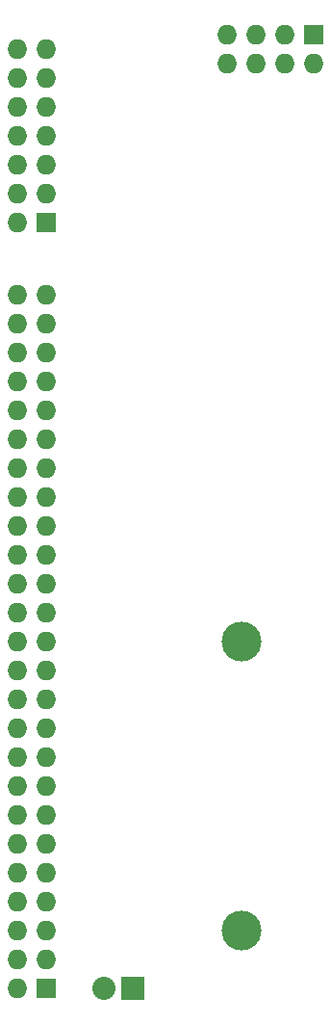
<source format=gbr>
G04 #@! TF.FileFunction,Soldermask,Bot*
%FSLAX46Y46*%
G04 Gerber Fmt 4.6, Leading zero omitted, Abs format (unit mm)*
G04 Created by KiCad (PCBNEW 0.201506122246+5743~23~ubuntu14.04.1-product) date Mon 13 Jul 2015 15:09:56 BST*
%MOMM*%
G01*
G04 APERTURE LIST*
%ADD10C,0.100000*%
%ADD11C,3.500000*%
%ADD12R,2.032000X2.032000*%
%ADD13O,2.032000X2.032000*%
%ADD14R,1.727200X1.727200*%
%ADD15O,1.727200X1.727200*%
G04 APERTURE END LIST*
D10*
D11*
X121285000Y-83820000D03*
D12*
X111760000Y-114300000D03*
D13*
X109220000Y-114300000D03*
D14*
X104140000Y-46990000D03*
D15*
X101600000Y-46990000D03*
X104140000Y-44450000D03*
X101600000Y-44450000D03*
X104140000Y-41910000D03*
X101600000Y-41910000D03*
X104140000Y-39370000D03*
X101600000Y-39370000D03*
X104140000Y-36830000D03*
X101600000Y-36830000D03*
X104140000Y-34290000D03*
X101600000Y-34290000D03*
X104140000Y-31750000D03*
X101600000Y-31750000D03*
D14*
X104140000Y-114300000D03*
D15*
X101600000Y-114300000D03*
X104140000Y-111760000D03*
X101600000Y-111760000D03*
X104140000Y-109220000D03*
X101600000Y-109220000D03*
X104140000Y-106680000D03*
X101600000Y-106680000D03*
X104140000Y-104140000D03*
X101600000Y-104140000D03*
X104140000Y-101600000D03*
X101600000Y-101600000D03*
X104140000Y-99060000D03*
X101600000Y-99060000D03*
X104140000Y-96520000D03*
X101600000Y-96520000D03*
X104140000Y-93980000D03*
X101600000Y-93980000D03*
X104140000Y-91440000D03*
X101600000Y-91440000D03*
X104140000Y-88900000D03*
X101600000Y-88900000D03*
X104140000Y-86360000D03*
X101600000Y-86360000D03*
X104140000Y-83820000D03*
X101600000Y-83820000D03*
X104140000Y-81280000D03*
X101600000Y-81280000D03*
X104140000Y-78740000D03*
X101600000Y-78740000D03*
X104140000Y-76200000D03*
X101600000Y-76200000D03*
X104140000Y-73660000D03*
X101600000Y-73660000D03*
X104140000Y-71120000D03*
X101600000Y-71120000D03*
X104140000Y-68580000D03*
X101600000Y-68580000D03*
X104140000Y-66040000D03*
X101600000Y-66040000D03*
X104140000Y-63500000D03*
X101600000Y-63500000D03*
X104140000Y-60960000D03*
X101600000Y-60960000D03*
X104140000Y-58420000D03*
X101600000Y-58420000D03*
X104140000Y-55880000D03*
X101600000Y-55880000D03*
X104140000Y-53340000D03*
X101600000Y-53340000D03*
D11*
X121285000Y-109220000D03*
D14*
X127635000Y-30480000D03*
D15*
X127635000Y-33020000D03*
X125095000Y-30480000D03*
X125095000Y-33020000D03*
X122555000Y-30480000D03*
X122555000Y-33020000D03*
X120015000Y-30480000D03*
X120015000Y-33020000D03*
M02*

</source>
